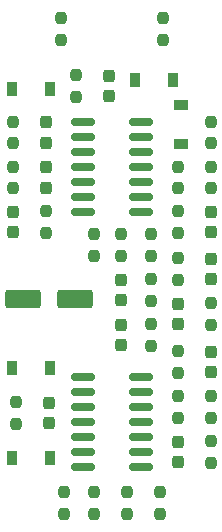
<source format=gbr>
%TF.GenerationSoftware,KiCad,Pcbnew,(6.0.9-0)*%
%TF.CreationDate,2024-06-20T10:44:05+02:00*%
%TF.ProjectId,follower-board,666f6c6c-6f77-4657-922d-626f6172642e,rev?*%
%TF.SameCoordinates,Original*%
%TF.FileFunction,Paste,Top*%
%TF.FilePolarity,Positive*%
%FSLAX46Y46*%
G04 Gerber Fmt 4.6, Leading zero omitted, Abs format (unit mm)*
G04 Created by KiCad (PCBNEW (6.0.9-0)) date 2024-06-20 10:44:05*
%MOMM*%
%LPD*%
G01*
G04 APERTURE LIST*
G04 Aperture macros list*
%AMRoundRect*
0 Rectangle with rounded corners*
0 $1 Rounding radius*
0 $2 $3 $4 $5 $6 $7 $8 $9 X,Y pos of 4 corners*
0 Add a 4 corners polygon primitive as box body*
4,1,4,$2,$3,$4,$5,$6,$7,$8,$9,$2,$3,0*
0 Add four circle primitives for the rounded corners*
1,1,$1+$1,$2,$3*
1,1,$1+$1,$4,$5*
1,1,$1+$1,$6,$7*
1,1,$1+$1,$8,$9*
0 Add four rect primitives between the rounded corners*
20,1,$1+$1,$2,$3,$4,$5,0*
20,1,$1+$1,$4,$5,$6,$7,0*
20,1,$1+$1,$6,$7,$8,$9,0*
20,1,$1+$1,$8,$9,$2,$3,0*%
G04 Aperture macros list end*
%ADD10RoundRect,0.237500X-0.237500X0.250000X-0.237500X-0.250000X0.237500X-0.250000X0.237500X0.250000X0*%
%ADD11R,0.900000X1.200000*%
%ADD12RoundRect,0.237500X-0.237500X0.300000X-0.237500X-0.300000X0.237500X-0.300000X0.237500X0.300000X0*%
%ADD13RoundRect,0.237500X0.237500X-0.250000X0.237500X0.250000X-0.237500X0.250000X-0.237500X-0.250000X0*%
%ADD14RoundRect,0.237500X0.237500X-0.300000X0.237500X0.300000X-0.237500X0.300000X-0.237500X-0.300000X0*%
%ADD15RoundRect,0.150000X-0.825000X-0.150000X0.825000X-0.150000X0.825000X0.150000X-0.825000X0.150000X0*%
%ADD16RoundRect,0.250000X1.250000X0.550000X-1.250000X0.550000X-1.250000X-0.550000X1.250000X-0.550000X0*%
%ADD17R,1.200000X0.900000*%
G04 APERTURE END LIST*
D10*
%TO.C,R9*%
X65532000Y-64111500D03*
X65532000Y-65936500D03*
%TD*%
D11*
%TO.C,D2*%
X64136000Y-47244000D03*
X67436000Y-47244000D03*
%TD*%
D10*
%TO.C,R12*%
X67818000Y-54613000D03*
X67818000Y-56438000D03*
%TD*%
D12*
%TO.C,C10*%
X56642000Y-54663000D03*
X56642000Y-56388000D03*
%TD*%
D10*
%TO.C,R18*%
X54102000Y-74525500D03*
X54102000Y-76350500D03*
%TD*%
D13*
%TO.C,R22*%
X70612000Y-75842500D03*
X70612000Y-74017500D03*
%TD*%
D14*
%TO.C,C9*%
X70612000Y-60145000D03*
X70612000Y-58420000D03*
%TD*%
%TO.C,C13*%
X56896000Y-76300500D03*
X56896000Y-74575500D03*
%TD*%
D13*
%TO.C,R1*%
X53848000Y-56438000D03*
X53848000Y-54613000D03*
%TD*%
D10*
%TO.C,R16*%
X70612000Y-50803000D03*
X70612000Y-52628000D03*
%TD*%
D14*
%TO.C,C7*%
X67818000Y-67918500D03*
X67818000Y-66193500D03*
%TD*%
D12*
%TO.C,C6*%
X62992000Y-67971500D03*
X62992000Y-69696500D03*
%TD*%
D10*
%TO.C,R6*%
X62992000Y-60301500D03*
X62992000Y-62126500D03*
%TD*%
D11*
%TO.C,D1*%
X57022000Y-48006000D03*
X53722000Y-48006000D03*
%TD*%
D10*
%TO.C,R20*%
X60706000Y-82145500D03*
X60706000Y-83970500D03*
%TD*%
D14*
%TO.C,C5*%
X62992000Y-65886500D03*
X62992000Y-64161500D03*
%TD*%
D15*
%TO.C,U1*%
X59755000Y-50800000D03*
X59755000Y-52070000D03*
X59755000Y-53340000D03*
X59755000Y-54610000D03*
X59755000Y-55880000D03*
X59755000Y-57150000D03*
X59755000Y-58420000D03*
X64705000Y-58420000D03*
X64705000Y-57150000D03*
X64705000Y-55880000D03*
X64705000Y-54610000D03*
X64705000Y-53340000D03*
X64705000Y-52070000D03*
X64705000Y-50800000D03*
%TD*%
D10*
%TO.C,R15*%
X66548000Y-42013500D03*
X66548000Y-43838500D03*
%TD*%
D11*
%TO.C,D6*%
X53722000Y-79248000D03*
X57022000Y-79248000D03*
%TD*%
D10*
%TO.C,R14*%
X70612000Y-66143500D03*
X70612000Y-67968500D03*
%TD*%
D12*
%TO.C,C4*%
X53848000Y-58423000D03*
X53848000Y-60148000D03*
%TD*%
D13*
%TO.C,R25*%
X67818000Y-72032500D03*
X67818000Y-70207500D03*
%TD*%
%TO.C,R11*%
X67818000Y-64158500D03*
X67818000Y-62333500D03*
%TD*%
D10*
%TO.C,R4*%
X57912000Y-42013500D03*
X57912000Y-43838500D03*
%TD*%
D15*
%TO.C,U2*%
X59755000Y-72390000D03*
X59755000Y-73660000D03*
X59755000Y-74930000D03*
X59755000Y-76200000D03*
X59755000Y-77470000D03*
X59755000Y-78740000D03*
X59755000Y-80010000D03*
X64705000Y-80010000D03*
X64705000Y-78740000D03*
X64705000Y-77470000D03*
X64705000Y-76200000D03*
X64705000Y-74930000D03*
X64705000Y-73660000D03*
X64705000Y-72390000D03*
%TD*%
D10*
%TO.C,R19*%
X58166000Y-82145500D03*
X58166000Y-83970500D03*
%TD*%
%TO.C,R13*%
X67818000Y-58373000D03*
X67818000Y-60198000D03*
%TD*%
%TO.C,R26*%
X63500000Y-82145500D03*
X63500000Y-83970500D03*
%TD*%
D11*
%TO.C,D5*%
X53722000Y-71628000D03*
X57022000Y-71628000D03*
%TD*%
D10*
%TO.C,R8*%
X65532000Y-60301500D03*
X65532000Y-62126500D03*
%TD*%
D13*
%TO.C,R24*%
X67818000Y-75842500D03*
X67818000Y-74017500D03*
%TD*%
%TO.C,R10*%
X65532000Y-69746500D03*
X65532000Y-67921500D03*
%TD*%
D16*
%TO.C,C1*%
X59096000Y-65786000D03*
X54696000Y-65786000D03*
%TD*%
D13*
%TO.C,R5*%
X60706000Y-62126500D03*
X60706000Y-60301500D03*
%TD*%
%TO.C,R23*%
X66294000Y-83970500D03*
X66294000Y-82145500D03*
%TD*%
%TO.C,R2*%
X53848000Y-52628000D03*
X53848000Y-50803000D03*
%TD*%
%TO.C,R17*%
X70612000Y-56438000D03*
X70612000Y-54613000D03*
%TD*%
D10*
%TO.C,R21*%
X70612000Y-77827500D03*
X70612000Y-79652500D03*
%TD*%
D12*
%TO.C,C3*%
X61976000Y-46889500D03*
X61976000Y-48614500D03*
%TD*%
D14*
%TO.C,C12*%
X70612000Y-71982500D03*
X70612000Y-70257500D03*
%TD*%
%TO.C,C8*%
X70612000Y-64108500D03*
X70612000Y-62383500D03*
%TD*%
D13*
%TO.C,R3*%
X59182000Y-48664500D03*
X59182000Y-46839500D03*
%TD*%
D17*
%TO.C,D4*%
X68072000Y-49404000D03*
X68072000Y-52704000D03*
%TD*%
D12*
%TO.C,C11*%
X67818000Y-77877500D03*
X67818000Y-79602500D03*
%TD*%
D10*
%TO.C,R7*%
X56642000Y-58373000D03*
X56642000Y-60198000D03*
%TD*%
D14*
%TO.C,C2*%
X56642000Y-52578000D03*
X56642000Y-50853000D03*
%TD*%
M02*

</source>
